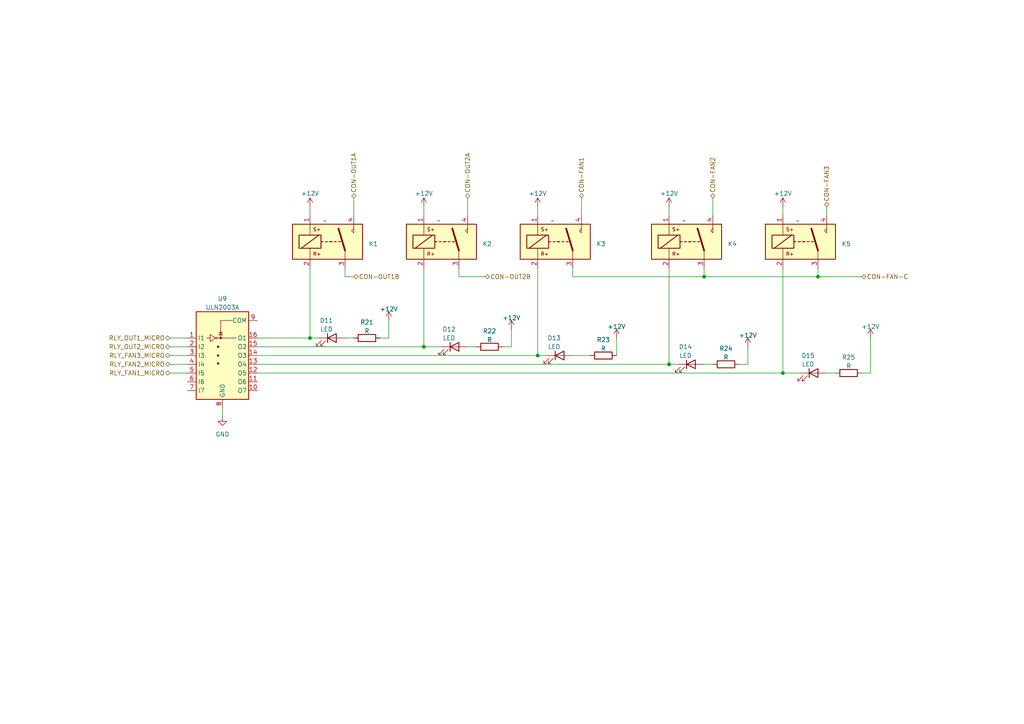
<source format=kicad_sch>
(kicad_sch (version 20230121) (generator eeschema)
  (paper "A4")
  (lib_symbols
    (symbol "Device:LED" (pin_numbers hide) (pin_names (offset 1.016) hide)
      (property "Reference" "D" (at 0 2.54 0))
      (property "Value" "LED" (at 0 -2.54 0))
      (symbol "LED_0_1"
        (polyline (pts (xy -1.27 -1.27) (xy -1.27 1.27)) (stroke (width 0.254)))
        (polyline (pts (xy -1.27 0) (xy 1.27 0)))
        (polyline (pts (xy 1.27 -1.27) (xy 1.27 1.27) (xy -1.27 0) (xy 1.27 -1.27)) (stroke (width 0.254)))
        (polyline (pts (xy -3.048 -0.762) (xy -4.572 -2.286) (xy -3.81 -2.286) (xy -4.572 -2.286) (xy -4.572 -1.524)))
        (polyline (pts (xy -1.778 -0.762) (xy -3.302 -2.286) (xy -2.54 -2.286) (xy -3.302 -2.286) (xy -3.302 -1.524)))
      )
      (symbol "LED_1_1"
        (pin passive line (at -3.81 0 0) (length 2.54) (name "K") (number "1"))
        (pin passive line (at 3.81 0 180) (length 2.54) (name "A") (number "2"))
      )
    )
    (symbol "Device:R" (pin_numbers hide) (pin_names (offset 0))
      (property "Reference" "R" (at 2.032 0 90))
      (property "Value" "R" (at 0 0 90))
      (symbol "R_0_1"
        (rectangle (start -1.016 -2.54) (end 1.016 2.54) (stroke (width 0.254)))
      )
      (symbol "R_1_1"
        (pin passive line (at 0 3.81 270) (length 1.27) (name "~") (number "1"))
        (pin passive line (at 0 -3.81 90) (length 1.27) (name "~") (number "2"))
      )
    )
    (symbol "New_Library:AZ921"
      (property "Reference" "K1" (at 12.7 -6.731 0))
      (property "Value" "~" (at 0 0 0))
      (symbol "AZ921_1_1"
        (rectangle (start -9.398 -1.016) (end 10.922 -11.176) (stroke (width 0.254)) (fill (type background)))
        (rectangle (start -7.493 -4.191) (end -1.143 -8.001) (stroke (width 0.254)))
        (polyline (pts (xy -6.858 -8.001) (xy -1.778 -4.191)) (stroke (width 0.254)))
        (polyline (pts (xy -4.318 -11.176) (xy -4.318 -8.001)))
        (polyline (pts (xy -4.318 -1.016) (xy -4.318 -4.191)))
        (polyline (pts (xy -1.143 -6.096) (xy -0.508 -6.096)) (stroke (width 0.254)))
        (polyline (pts (xy 0.127 -6.096) (xy 0.762 -6.096)) (stroke (width 0.254)))
        (polyline (pts (xy 1.397 -6.096) (xy 2.032 -6.096)) (stroke (width 0.254)))
        (polyline (pts (xy 1.397 -6.096) (xy 2.032 -6.096)) (stroke (width 0.254)))
        (polyline (pts (xy 2.667 -6.096) (xy 3.302 -6.096)) (stroke (width 0.254)))
        (polyline (pts (xy 3.937 -6.096) (xy 4.572 -6.096)) (stroke (width 0.254)))
        (polyline (pts (xy 5.842 -8.636) (xy 3.937 -2.286)) (stroke (width 0.508)))
        (polyline (pts (xy 5.842 -8.636) (xy 5.842 -11.176)))
        (polyline (pts (xy 8.382 -2.286) (xy 8.382 -1.016)))
        (polyline (pts (xy 8.382 -2.286) (xy 8.382 -3.556) (xy 7.747 -2.921) (xy 8.382 -2.286)))
        (text "R+" (at -2.286 -9.652 0) (effects (font (size 1.016 1.016))))
        (text "S+" (at -2.286 -2.54 0) (effects (font (size 1.016 1.016))))
        (pin passive line (at -4.318 1.524 270) (length 2.54) (name "~") (number "1"))
        (pin passive line (at -4.318 -13.716 90) (length 2.54) (name "~") (number "2"))
        (pin passive line (at 5.842 -13.716 90) (length 2.54) (name "~") (number "3"))
        (pin passive line (at 8.382 1.524 270) (length 2.54) (name "~") (number "4"))
      )
    )
    (symbol "Transistor_Array:ULN2003A"
      (property "Reference" "U" (at 0 15.875 0))
      (property "Value" "ULN2003A" (at 0 13.97 0))
      (symbol "ULN2003A_0_1"
        (rectangle (start -7.62 -12.7) (end 7.62 12.7) (stroke (width 0.254)) (fill (type background)))
        (circle (center -1.778 5.08) (radius 0.254))
        (circle (center -1.27 -2.286) (radius 0.254) (fill (type outline)))
        (circle (center -1.27 0) (radius 0.254) (fill (type outline)))
        (circle (center -1.27 2.54) (radius 0.254) (fill (type outline)))
        (circle (center -0.508 5.08) (radius 0.254) (fill (type outline)))
        (polyline (pts (xy -4.572 5.08) (xy -3.556 5.08)))
        (polyline (pts (xy -1.524 5.08) (xy 4.064 5.08)))
        (polyline (pts (xy 0 6.731) (xy -1.016 6.731)))
        (polyline (pts (xy -0.508 5.08) (xy -0.508 10.16) (xy 2.921 10.16)))
        (polyline (pts (xy -3.556 6.096) (xy -3.556 4.064) (xy -2.032 5.08) (xy -3.556 6.096)))
        (polyline (pts (xy 0 5.969) (xy -1.016 5.969) (xy -0.508 6.731) (xy 0 5.969)))
      )
      (symbol "ULN2003A_1_1"
        (pin input line (at -10.16 5.08 0) (length 2.54) (name "I1") (number "1"))
        (pin open_collector line (at 10.16 -10.16 180) (length 2.54) (name "O7") (number "10"))
        (pin open_collector line (at 10.16 -7.62 180) (length 2.54) (name "O6") (number "11"))
        (pin open_collector line (at 10.16 -5.08 180) (length 2.54) (name "O5") (number "12"))
        (pin open_collector line (at 10.16 -2.54 180) (length 2.54) (name "O4") (number "13"))
        (pin open_collector line (at 10.16 0 180) (length 2.54) (name "O3") (number "14"))
        (pin open_collector line (at 10.16 2.54 180) (length 2.54) (name "O2") (number "15"))
        (pin open_collector line (at 10.16 5.08 180) (length 2.54) (name "O1") (number "16"))
        (pin input line (at -10.16 2.54 0) (length 2.54) (name "I2") (number "2"))
        (pin input line (at -10.16 0 0) (length 2.54) (name "I3") (number "3"))
        (pin input line (at -10.16 -2.54 0) (length 2.54) (name "I4") (number "4"))
        (pin input line (at -10.16 -5.08 0) (length 2.54) (name "I5") (number "5"))
        (pin input line (at -10.16 -7.62 0) (length 2.54) (name "I6") (number "6"))
        (pin input line (at -10.16 -10.16 0) (length 2.54) (name "I7") (number "7"))
        (pin power_in line (at 0 -15.24 90) (length 2.54) (name "GND") (number "8"))
        (pin passive line (at 10.16 10.16 180) (length 2.54) (name "COM") (number "9"))
      )
    )
    (symbol "power:+12V" (power) (pin_names (offset 0))
      (property "Value" "+12V" (at 0 3.556 0))
      (symbol "+12V_0_1"
        (polyline (pts (xy -0.762 1.27) (xy 0 2.54)))
        (polyline (pts (xy 0 0) (xy 0 2.54)))
        (polyline (pts (xy 0 2.54) (xy 0.762 1.27)))
      )
      (symbol "+12V_1_1"
        (pin power_in line (at 0 0 90) (length 0) hide (name "+12V") (number "1"))
      )
    )
    (symbol "power:GND" (power) (pin_names (offset 0))
      (property "Value" "GND" (at 0 -3.81 0))
      (symbol "GND_0_1"
        (polyline (pts (xy 0 0) (xy 0 -1.27) (xy 1.27 -1.27) (xy 0 -2.54) (xy -1.27 -1.27) (xy 0 -1.27)))
      )
      (symbol "GND_1_1"
        (pin power_in line (at 0 0 270) (length 0) hide (name "GND") (number "1"))
      )
    )
  )
  (junction (at 194.056 105.664))
  (junction (at 122.936 100.584))
  (junction (at 155.956 103.124))
  (junction (at 227.076 108.204))
  (junction (at 237.236 80.264))
  (junction (at 204.216 80.264))
  (junction (at 89.916 98.044))
  (wire (pts (xy 135.636 100.584) (xy 138.176 100.584)))
  (wire (pts (xy 168.656 57.404) (xy 168.656 62.484)))
  (wire (pts (xy 112.776 92.964) (xy 112.776 98.044)))
  (wire (pts (xy 237.236 77.724) (xy 237.236 80.264)))
  (wire (pts (xy 216.916 100.584) (xy 216.916 105.664)))
  (wire (pts (xy 155.956 103.124) (xy 158.496 103.124)))
  (wire (pts (xy 122.936 77.724) (xy 122.936 100.584)))
  (wire (pts (xy 252.476 108.204) (xy 249.936 108.204)))
  (wire (pts (xy 49.276 105.664) (xy 54.356 105.664)))
  (wire (pts (xy 100.076 98.044) (xy 102.616 98.044)))
  (wire (pts (xy 49.276 103.124) (xy 54.356 103.124)))
  (wire (pts (xy 155.956 59.944) (xy 155.956 62.484)))
  (wire (pts (xy 237.236 80.264) (xy 204.216 80.264)))
  (wire (pts (xy 194.056 77.724) (xy 194.056 105.664)))
  (wire (pts (xy 252.476 98.044) (xy 252.476 108.204)))
  (wire (pts (xy 135.636 57.404) (xy 135.636 62.484)))
  (wire (pts (xy 204.216 80.264) (xy 166.116 80.264)))
  (wire (pts (xy 89.916 77.724) (xy 89.916 98.044)))
  (wire (pts (xy 102.616 57.404) (xy 102.616 62.484)))
  (wire (pts (xy 227.076 59.944) (xy 227.076 62.484)))
  (wire (pts (xy 112.776 98.044) (xy 110.236 98.044)))
  (wire (pts (xy 49.276 108.204) (xy 54.356 108.204)))
  (wire (pts (xy 239.776 59.944) (xy 239.776 62.484)))
  (wire (pts (xy 74.676 103.124) (xy 155.956 103.124)))
  (wire (pts (xy 227.076 108.204) (xy 232.156 108.204)))
  (wire (pts (xy 155.956 77.724) (xy 155.956 103.124)))
  (wire (pts (xy 166.116 80.264) (xy 166.116 77.724)))
  (wire (pts (xy 148.336 95.504) (xy 148.336 100.584)))
  (wire (pts (xy 194.056 105.664) (xy 196.596 105.664)))
  (wire (pts (xy 249.936 80.264) (xy 237.236 80.264)))
  (wire (pts (xy 102.616 80.264) (xy 100.076 80.264)))
  (wire (pts (xy 64.516 118.364) (xy 64.516 120.904)))
  (wire (pts (xy 204.216 105.664) (xy 206.756 105.664)))
  (wire (pts (xy 148.336 100.584) (xy 145.796 100.584)))
  (wire (pts (xy 49.276 100.584) (xy 54.356 100.584)))
  (wire (pts (xy 74.676 100.584) (xy 122.936 100.584)))
  (wire (pts (xy 166.116 103.124) (xy 171.196 103.124)))
  (wire (pts (xy 140.716 80.264) (xy 133.096 80.264)))
  (wire (pts (xy 89.916 98.044) (xy 92.456 98.044)))
  (wire (pts (xy 194.056 59.944) (xy 194.056 62.484)))
  (wire (pts (xy 100.076 80.264) (xy 100.076 77.724)))
  (wire (pts (xy 74.676 98.044) (xy 89.916 98.044)))
  (wire (pts (xy 74.676 108.204) (xy 227.076 108.204)))
  (wire (pts (xy 227.076 77.724) (xy 227.076 108.204)))
  (wire (pts (xy 49.276 98.044) (xy 54.356 98.044)))
  (wire (pts (xy 206.756 57.404) (xy 206.756 62.484)))
  (wire (pts (xy 204.216 77.724) (xy 204.216 80.264)))
  (wire (pts (xy 178.816 98.044) (xy 178.816 103.124)))
  (wire (pts (xy 122.936 59.944) (xy 122.936 62.484)))
  (wire (pts (xy 216.916 105.664) (xy 214.376 105.664)))
  (wire (pts (xy 133.096 80.264) (xy 133.096 77.724)))
  (wire (pts (xy 239.776 108.204) (xy 242.316 108.204)))
  (wire (pts (xy 122.936 100.584) (xy 128.016 100.584)))
  (wire (pts (xy 89.916 59.944) (xy 89.916 62.484)))
  (wire (pts (xy 74.676 105.664) (xy 194.056 105.664)))
  (hierarchical_label "RLY_OUT2_MICRO" (shape bidirectional) (at 49.276 100.584 180))
  (hierarchical_label "CON-OUT2A" (shape bidirectional) (at 135.636 57.404 90))
  (hierarchical_label "CON-FAN2" (shape bidirectional) (at 206.756 57.404 90))
  (hierarchical_label "CON-FAN3" (shape bidirectional) (at 239.776 59.944 90))
  (hierarchical_label "CON-OUT1A" (shape bidirectional) (at 102.616 57.404 90))
  (hierarchical_label "RLY_FAN2_MICRO" (shape bidirectional) (at 49.276 105.664 180))
  (hierarchical_label "CON-OUT2B" (shape bidirectional) (at 140.716 80.264 0))
  (hierarchical_label "CON-FAN1" (shape bidirectional) (at 168.656 57.404 90))
  (hierarchical_label "RLY_FAN1_MICRO" (shape bidirectional) (at 49.276 108.204 180))
  (hierarchical_label "CON-FAN-C" (shape bidirectional) (at 249.936 80.264 0))
  (hierarchical_label "CON-OUT1B" (shape bidirectional) (at 102.616 80.264 0))
  (hierarchical_label "RLY_FAN3_MICRO" (shape bidirectional) (at 49.276 103.124 180))
  (hierarchical_label "RLY_OUT1_MICRO" (shape bidirectional) (at 49.276 98.044 180))
  (symbol (lib_id "Device:R") (at 106.426 98.044 90) (unit 1)
    (property "Reference" "R21" (at 106.426 93.472 90))
    (property "Value" "R" (at 106.426 96.012 90))
    (property "Footprint" "Resistor_SMD:R_0805_2012Metric" (effects hide))
    (instances (project "RoomLink" (path "" (reference "R21") (unit 1))) (project "Practica" (path "" (reference "R1") (unit 1))))
  )
  (symbol (lib_id "Device:LED") (at 131.826 100.584 0) (unit 1)
    (property "Reference" "D12" (at 130.2385 95.504 0))
    (property "Value" "LED" (at 130.2385 98.044 0))
    (property "Footprint" "LED_SMD:LED_0805_2012Metric" (effects hide))
    (instances (project "RoomLink" (path "" (reference "D12") (unit 1))) (project "Practica" (path "" (reference "D2") (unit 1))))
  )
  (symbol (lib_id "Device:LED") (at 162.306 103.124 0) (unit 1)
    (property "Reference" "D13" (at 160.7185 98.044 0))
    (property "Value" "LED" (at 160.7185 100.584 0))
    (property "Footprint" "LED_SMD:LED_0805_2012Metric" (effects hide))
    (instances (project "RoomLink" (path "" (reference "D13") (unit 1))) (project "Practica" (path "" (reference "D3") (unit 1))))
  )
  (symbol (lib_id "power:+12V") (at 89.916 59.944 0) (unit 1)
    (property "Reference" "#PWR041" (effects hide))
    (property "Value" "+12V" (at 89.916 56.134 0))
    (instances (project "RoomLink" (path "" (reference "#PWR041") (unit 1))) (project "Practica" (path "" (reference "#PWR03") (unit 1))))
  )
  (symbol (lib_id "Device:LED") (at 200.406 105.664 0) (unit 1)
    (property "Reference" "D14" (at 198.8185 100.584 0))
    (property "Value" "LED" (at 198.8185 103.124 0))
    (property "Footprint" "LED_SMD:LED_0805_2012Metric" (effects hide))
    (instances (project "RoomLink" (path "" (reference "D14") (unit 1))) (project "Practica" (path "" (reference "D4") (unit 1))))
  )
  (symbol (lib_id "New_Library:AZ921") (at 160.274 64.008 0) (unit 1)
    (property "Reference" "K3" (at 172.974 70.739 0) (effects (justify left)))
    (property "Value" "~" (at 160.274 64.008 0))
    (property "Footprint" "Huellas:AZ921" (effects hide))
  )
  (symbol (lib_id "power:+12V") (at 216.916 100.584 0) (unit 1)
    (property "Reference" "#PWR049" (effects hide))
    (property "Value" "+12V" (at 216.916 97.282 0))
    (instances (project "RoomLink" (path "" (reference "#PWR049") (unit 1))) (project "Practica" (path "" (reference "#PWR010") (unit 1))))
  )
  (symbol (lib_id "power:+12V") (at 155.956 59.944 0) (unit 1)
    (property "Reference" "#PWR043" (effects hide))
    (property "Value" "+12V" (at 155.956 56.134 0))
    (instances (project "RoomLink" (path "" (reference "#PWR043") (unit 1))) (project "Practica" (path "" (reference "#PWR07") (unit 1))))
  )
  (symbol (lib_id "Device:R") (at 210.566 105.664 90) (unit 1)
    (property "Reference" "R24" (at 210.566 101.092 90))
    (property "Value" "R" (at 210.566 103.632 90))
    (property "Footprint" "Resistor_SMD:R_0805_2012Metric" (effects hide))
    (instances (project "RoomLink" (path "" (reference "R24") (unit 1))) (project "Practica" (path "" (reference "R4") (unit 1))))
  )
  (symbol (lib_id "power:+12V") (at 252.476 98.044 0) (unit 1)
    (property "Reference" "#PWR050" (effects hide))
    (property "Value" "+12V" (at 252.476 94.742 0))
    (instances (project "RoomLink" (path "" (reference "#PWR050") (unit 1))) (project "Practica" (path "" (reference "#PWR012") (unit 1))))
  )
  (symbol (lib_id "power:+12V") (at 227.076 59.944 0) (unit 1)
    (property "Reference" "#PWR045" (effects hide))
    (property "Value" "+12V" (at 227.076 56.134 0))
    (instances (project "RoomLink" (path "" (reference "#PWR045") (unit 1))) (project "Practica" (path "" (reference "#PWR011") (unit 1))))
  )
  (symbol (lib_id "power:GND") (at 64.516 120.904 0) (unit 1)
    (property "Reference" "#PWR051" (effects hide))
    (property "Value" "GND" (at 64.516 125.984 0))
    (instances (project "RoomLink" (path "" (reference "#PWR051") (unit 1))) (project "Practica" (path "" (reference "#PWR02") (unit 1))))
  )
  (symbol (lib_id "power:+12V") (at 178.816 98.044 0) (unit 1)
    (property "Reference" "#PWR048" (effects hide))
    (property "Value" "+12V" (at 178.816 94.742 0))
    (instances (project "RoomLink" (path "" (reference "#PWR048") (unit 1))) (project "Practica" (path "" (reference "#PWR08") (unit 1))))
  )
  (symbol (lib_id "Device:LED") (at 96.266 98.044 0) (unit 1)
    (property "Reference" "D11" (at 94.6785 92.964 0))
    (property "Value" "LED" (at 94.6785 95.504 0))
    (property "Footprint" "LED_SMD:LED_0805_2012Metric" (effects hide))
    (instances (project "RoomLink" (path "" (reference "D11") (unit 1))) (project "Practica" (path "" (reference "D1") (unit 1))))
  )
  (symbol (lib_id "power:+12V") (at 148.336 95.504 0) (unit 1)
    (property "Reference" "#PWR047" (effects hide))
    (property "Value" "+12V" (at 148.336 92.202 0))
    (instances (project "RoomLink" (path "" (reference "#PWR047") (unit 1))) (project "Practica" (path "" (reference "#PWR06") (unit 1))))
  )
  (symbol (lib_id "New_Library:AZ921") (at 94.234 64.008 0) (unit 1)
    (property "Reference" "K1" (at 106.934 70.739 0) (effects (justify left)))
    (property "Value" "~" (at 94.234 64.008 0))
    (property "Footprint" "Huellas:AZ921" (effects hide))
  )
  (symbol (lib_id "New_Library:AZ921") (at 127.254 64.008 0) (unit 1)
    (property "Reference" "K2" (at 139.954 70.739 0) (effects (justify left)))
    (property "Value" "~" (at 127.254 64.008 0))
    (property "Footprint" "Huellas:AZ921" (effects hide))
  )
  (symbol (lib_id "power:+12V") (at 122.936 59.944 0) (unit 1)
    (property "Reference" "#PWR042" (effects hide))
    (property "Value" "+12V" (at 122.936 56.134 0))
    (instances (project "RoomLink" (path "" (reference "#PWR042") (unit 1))) (project "Practica" (path "" (reference "#PWR05") (unit 1))))
  )
  (symbol (lib_id "Device:R") (at 175.006 103.124 90) (unit 1)
    (property "Reference" "R23" (at 175.006 98.552 90))
    (property "Value" "R" (at 175.006 101.092 90))
    (property "Footprint" "Resistor_SMD:R_0805_2012Metric" (effects hide))
    (instances (project "RoomLink" (path "" (reference "R23") (unit 1))) (project "Practica" (path "" (reference "R3") (unit 1))))
  )
  (symbol (lib_id "power:+12V") (at 194.056 59.944 0) (unit 1)
    (property "Reference" "#PWR044" (effects hide))
    (property "Value" "+12V" (at 194.056 56.134 0))
    (instances (project "RoomLink" (path "" (reference "#PWR044") (unit 1))) (project "Practica" (path "" (reference "#PWR09") (unit 1))))
  )
  (symbol (lib_id "Device:R") (at 141.986 100.584 90) (unit 1)
    (property "Reference" "R22" (at 141.986 96.012 90))
    (property "Value" "R" (at 141.986 98.552 90))
    (property "Footprint" "Resistor_SMD:R_0805_2012Metric" (effects hide))
    (instances (project "RoomLink" (path "" (reference "R22") (unit 1))) (project "Practica" (path "" (reference "R2") (unit 1))))
  )
  (symbol (lib_id "Device:LED") (at 235.966 108.204 0) (unit 1)
    (property "Reference" "D15" (at 234.3785 103.124 0))
    (property "Value" "LED" (at 234.3785 105.664 0))
    (property "Footprint" "LED_SMD:LED_0805_2012Metric" (effects hide))
    (instances (project "RoomLink" (path "" (reference "D15") (unit 1))) (project "Practica" (path "" (reference "D5") (unit 1))))
  )
  (symbol (lib_id "power:+12V") (at 112.776 92.964 0) (unit 1)
    (property "Reference" "#PWR046" (effects hide))
    (property "Value" "+12V" (at 112.776 89.662 0))
    (instances (project "RoomLink" (path "" (reference "#PWR046") (unit 1))) (project "Practica" (path "" (reference "#PWR04") (unit 1))))
  )
  (symbol (lib_id "New_Library:AZ921") (at 198.374 64.008 0) (unit 1)
    (property "Reference" "K4" (at 211.074 70.739 0) (effects (justify left)))
    (property "Value" "~" (at 198.374 64.008 0))
    (property "Footprint" "Huellas:AZ921" (effects hide))
  )
  (symbol (lib_id "New_Library:AZ921") (at 231.394 64.008 0) (unit 1)
    (property "Reference" "K5" (at 244.094 70.739 0) (effects (justify left)))
    (property "Value" "~" (at 231.394 64.008 0))
    (property "Footprint" "Huellas:AZ921" (effects hide))
  )
  (symbol (lib_id "Transistor_Array:ULN2003A") (at 64.516 103.124 0) (unit 1)
    (property "Reference" "U9" (at 64.516 86.614 0))
    (property "Value" "ULN2003A" (at 64.516 89.154 0))
    (property "Footprint" "Package_SO:SOIC-16_3.9x9.9mm_P1.27mm" (effects hide))
    (property "Datasheet" "http://www.ti.com/lit/ds/symlink/uln2003a.pdf" (effects hide))
    (instances (project "RoomLink" (path "" (reference "U9") (unit 1))) (project "Practica" (path "" (reference "U7") (unit 1))))
  )
  (symbol (lib_id "Device:R") (at 246.126 108.204 90) (unit 1)
    (property "Reference" "R25" (at 246.126 103.632 90))
    (property "Value" "R" (at 246.126 106.172 90))
    (property "Footprint" "Resistor_SMD:R_0805_2012Metric" (effects hide))
    (instances (project "RoomLink" (path "" (reference "R25") (unit 1))) (project "Practica" (path "" (reference "R5") (unit 1))))
  )
)
</source>
